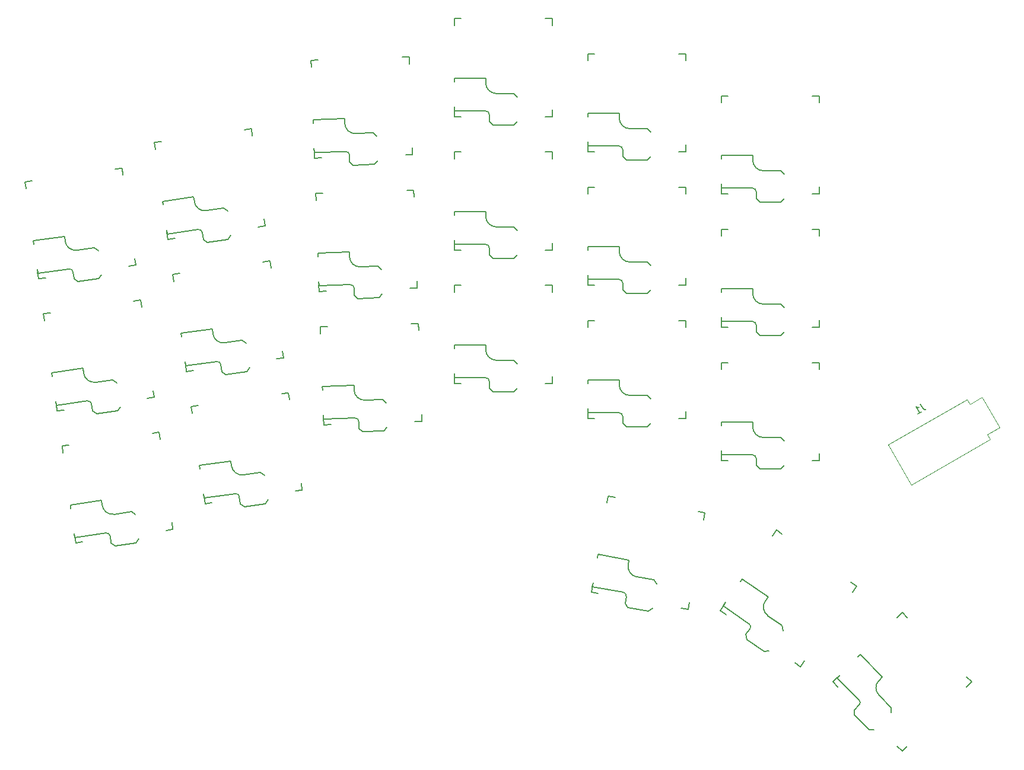
<source format=gbo>
%TF.GenerationSoftware,KiCad,Pcbnew,9.0.4*%
%TF.CreationDate,2025-09-06T18:01:24-05:00*%
%TF.ProjectId,esp32_s3_port,65737033-325f-4733-935f-706f72742e6b,rev?*%
%TF.SameCoordinates,Original*%
%TF.FileFunction,Legend,Bot*%
%TF.FilePolarity,Positive*%
%FSLAX46Y46*%
G04 Gerber Fmt 4.6, Leading zero omitted, Abs format (unit mm)*
G04 Created by KiCad (PCBNEW 9.0.4) date 2025-09-06 18:01:24*
%MOMM*%
%LPD*%
G01*
G04 APERTURE LIST*
%ADD10C,0.150000*%
%ADD11C,0.120000*%
G04 APERTURE END LIST*
D10*
X154777757Y-86191239D02*
X155134900Y-86809829D01*
X155134900Y-86809829D02*
X155247568Y-86909737D01*
X155247568Y-86909737D02*
X155377666Y-86944597D01*
X155377666Y-86944597D02*
X155525193Y-86914407D01*
X155525193Y-86914407D02*
X155607672Y-86866788D01*
X154411732Y-87557265D02*
X154906603Y-87271550D01*
X154659168Y-87414408D02*
X154159168Y-86548382D01*
X154159168Y-86548382D02*
X154313075Y-86624481D01*
X154313075Y-86624481D02*
X154443172Y-86659341D01*
X154443172Y-86659341D02*
X154549460Y-86652961D01*
%TO.C,SW10*%
X126349999Y-61178947D02*
X127349999Y-61178947D01*
X126349999Y-62178947D02*
X126349999Y-61178947D01*
X126349999Y-69678947D02*
X126349999Y-70178947D01*
X126349999Y-73778947D02*
X126349999Y-74378947D01*
X126349999Y-74378947D02*
X130849999Y-74378947D01*
X126349999Y-75178947D02*
X126349999Y-74178947D01*
X127349999Y-75178947D02*
X126349999Y-75178947D01*
X130849999Y-69678947D02*
X126349999Y-69678947D01*
X130849999Y-70378947D02*
X130849999Y-69678947D01*
X131349999Y-74878947D02*
X131349999Y-75878947D01*
X131849999Y-76378947D02*
X131349999Y-75878947D01*
X134849999Y-71878947D02*
X132349999Y-71878947D01*
X134849999Y-76378947D02*
X131849999Y-76378947D01*
X135349999Y-72378947D02*
X134849999Y-71878947D01*
X135349999Y-75878947D02*
X134849999Y-76378947D01*
X139349999Y-61178947D02*
X140349999Y-61178947D01*
X140349999Y-61178947D02*
X140349999Y-62178947D01*
X140349999Y-74178947D02*
X140349999Y-75178947D01*
X140349999Y-75178947D02*
X139349999Y-75178947D01*
X130849999Y-74378947D02*
G75*
G02*
X131349999Y-74878947I-1J-500001D01*
G01*
X132349999Y-71878947D02*
G75*
G02*
X130849999Y-70378947I1J1500001D01*
G01*
%TO.C,SW21*%
X142289464Y-125835329D02*
X142996571Y-125128222D01*
X142855149Y-125269644D02*
X146037130Y-128451624D01*
X142996571Y-126542436D02*
X142289464Y-125835329D01*
X143279414Y-124845380D02*
X142855149Y-125269644D01*
X145330023Y-130572944D02*
X145330023Y-129865838D01*
X146037130Y-129158731D02*
X145330023Y-129865838D01*
X146178551Y-121946242D02*
X145824998Y-122299795D01*
X147451344Y-132694265D02*
X145330023Y-130572944D01*
X148158450Y-132694265D02*
X147451344Y-132694265D01*
X148865557Y-125623197D02*
X149360532Y-125128222D01*
X149360532Y-125128222D02*
X146178551Y-121946242D01*
X150633324Y-129512284D02*
X148865557Y-127744517D01*
X150633324Y-130219391D02*
X150633324Y-129512284D01*
X151481852Y-116642941D02*
X152188959Y-115935834D01*
X152188959Y-115935834D02*
X152896066Y-116642941D01*
X152188959Y-135734824D02*
X151481852Y-135027717D01*
X152896066Y-135027717D02*
X152188959Y-135734824D01*
X161381347Y-125128222D02*
X162088454Y-125835329D01*
X162088454Y-125835329D02*
X161381347Y-126542436D01*
X146037130Y-128451624D02*
G75*
G02*
X146037130Y-129158731I-353555J-353553D01*
G01*
X148865557Y-127744517D02*
G75*
G02*
X148865557Y-125623197I1060662J1060660D01*
G01*
%TO.C,SW4*%
X126349999Y-42128947D02*
X127349999Y-42128947D01*
X126349999Y-43128947D02*
X126349999Y-42128947D01*
X126349999Y-50628947D02*
X126349999Y-51128947D01*
X126349999Y-54728947D02*
X126349999Y-55328947D01*
X126349999Y-55328947D02*
X130849999Y-55328947D01*
X126349999Y-56128947D02*
X126349999Y-55128947D01*
X127349999Y-56128947D02*
X126349999Y-56128947D01*
X130849999Y-50628947D02*
X126349999Y-50628947D01*
X130849999Y-51328947D02*
X130849999Y-50628947D01*
X131349999Y-55828947D02*
X131349999Y-56828947D01*
X131849999Y-57328947D02*
X131349999Y-56828947D01*
X134849999Y-52828947D02*
X132349999Y-52828947D01*
X134849999Y-57328947D02*
X131849999Y-57328947D01*
X135349999Y-53328947D02*
X134849999Y-52828947D01*
X135349999Y-56828947D02*
X134849999Y-57328947D01*
X139349999Y-42128947D02*
X140349999Y-42128947D01*
X140349999Y-42128947D02*
X140349999Y-43128947D01*
X140349999Y-55128947D02*
X140349999Y-56128947D01*
X140349999Y-56128947D02*
X139349999Y-56128947D01*
X130849999Y-55328947D02*
G75*
G02*
X131349999Y-55828947I-1J-500001D01*
G01*
X132349999Y-52828947D02*
G75*
G02*
X130849999Y-51328947I1J1500001D01*
G01*
%TO.C,SW5*%
X45429685Y-48782301D02*
X46419953Y-48643128D01*
X45568858Y-49772569D02*
X45429685Y-48782301D01*
X46612656Y-57199580D02*
X46682243Y-57694714D01*
X47183266Y-61259679D02*
X47266770Y-61853840D01*
X47266770Y-61853840D02*
X51722976Y-61227561D01*
X47378108Y-62646054D02*
X47238935Y-61655786D01*
X48368376Y-62506881D02*
X47378108Y-62646054D01*
X51068862Y-56573301D02*
X46612656Y-57199580D01*
X51166284Y-57266489D02*
X51068862Y-56573301D01*
X52287697Y-61653108D02*
X52426870Y-62643376D01*
X52991590Y-63068924D02*
X52426870Y-62643376D01*
X55336116Y-58195198D02*
X52860445Y-58543131D01*
X55900836Y-58620746D02*
X55336116Y-58195198D01*
X55962395Y-62651406D02*
X52991590Y-63068924D01*
X56387942Y-62086684D02*
X55962395Y-62651406D01*
X58303170Y-46973051D02*
X59293438Y-46833878D01*
X59293438Y-46833878D02*
X59432611Y-47824146D01*
X61102688Y-59707363D02*
X61241861Y-60697631D01*
X61241861Y-60697631D02*
X60251593Y-60836804D01*
X51722976Y-61227561D02*
G75*
G02*
X52287697Y-61653108I69586J-495135D01*
G01*
X52860445Y-58543131D02*
G75*
G02*
X51166284Y-57266489I-208758J1485403D01*
G01*
%TO.C,SW12*%
X88249999Y-69200000D02*
X89249999Y-69200000D01*
X88249999Y-70200000D02*
X88249999Y-69200000D01*
X88249999Y-77700000D02*
X88249999Y-78200000D01*
X88249999Y-81800000D02*
X88249999Y-82400000D01*
X88249999Y-82400000D02*
X92749999Y-82400000D01*
X88249999Y-83200000D02*
X88249999Y-82200000D01*
X89249999Y-83200000D02*
X88249999Y-83200000D01*
X92749999Y-77700000D02*
X88249999Y-77700000D01*
X92749999Y-78400000D02*
X92749999Y-77700000D01*
X93249999Y-82900000D02*
X93249999Y-83900000D01*
X93749999Y-84400000D02*
X93249999Y-83900000D01*
X96749999Y-79900000D02*
X94249999Y-79900000D01*
X96749999Y-84400000D02*
X93749999Y-84400000D01*
X97249999Y-80400000D02*
X96749999Y-79900000D01*
X97249999Y-83900000D02*
X96749999Y-84400000D01*
X101249999Y-69200000D02*
X102249999Y-69200000D01*
X102249999Y-69200000D02*
X102249999Y-70200000D01*
X102249999Y-82200000D02*
X102249999Y-83200000D01*
X102249999Y-83200000D02*
X101249999Y-83200000D01*
X92749999Y-82400000D02*
G75*
G02*
X93249999Y-82900000I-1J-500001D01*
G01*
X94249999Y-79900000D02*
G75*
G02*
X92749999Y-78400000I1J1500001D01*
G01*
%TO.C,SW6*%
X88249999Y-50150000D02*
X89249999Y-50150000D01*
X88249999Y-51150000D02*
X88249999Y-50150000D01*
X88249999Y-58650000D02*
X88249999Y-59150000D01*
X88249999Y-62750000D02*
X88249999Y-63350000D01*
X88249999Y-63350000D02*
X92749999Y-63350000D01*
X88249999Y-64150000D02*
X88249999Y-63150000D01*
X89249999Y-64150000D02*
X88249999Y-64150000D01*
X92749999Y-58650000D02*
X88249999Y-58650000D01*
X92749999Y-59350000D02*
X92749999Y-58650000D01*
X93249999Y-63850000D02*
X93249999Y-64850000D01*
X93749999Y-65350000D02*
X93249999Y-64850000D01*
X96749999Y-60850000D02*
X94249999Y-60850000D01*
X96749999Y-65350000D02*
X93749999Y-65350000D01*
X97249999Y-61350000D02*
X96749999Y-60850000D01*
X97249999Y-64850000D02*
X96749999Y-65350000D01*
X101249999Y-50150000D02*
X102249999Y-50150000D01*
X102249999Y-50150000D02*
X102249999Y-51150000D01*
X102249999Y-63150000D02*
X102249999Y-64150000D01*
X102249999Y-64150000D02*
X101249999Y-64150000D01*
X92749999Y-63350000D02*
G75*
G02*
X93249999Y-63850000I-1J-500001D01*
G01*
X94249999Y-60850000D02*
G75*
G02*
X92749999Y-59350000I1J1500001D01*
G01*
%TO.C,SW19*%
X107821859Y-113059559D02*
X107995508Y-112074751D01*
X107960778Y-112271713D02*
X112392413Y-113053130D01*
X108064967Y-111680828D02*
X107960778Y-112271713D01*
X108776922Y-107643116D02*
X108690100Y-108135520D01*
X108806667Y-113233207D02*
X107821859Y-113059559D01*
X110079286Y-100257058D02*
X110252934Y-99272250D01*
X110252934Y-99272250D02*
X111237742Y-99445899D01*
X112797993Y-113632358D02*
X112624345Y-114617165D01*
X113029924Y-115196393D02*
X112624345Y-114617165D01*
X113087006Y-109113899D02*
X113208559Y-108424533D01*
X113208559Y-108424533D02*
X108776922Y-107643116D01*
X115984348Y-115717338D02*
X113029924Y-115196393D01*
X116563576Y-115311758D02*
X115984348Y-115717338D01*
X116765764Y-111285703D02*
X114303745Y-110851583D01*
X117171344Y-111864931D02*
X116765764Y-111285703D01*
X121609168Y-115490634D02*
X120624360Y-115316985D01*
X121782816Y-114505826D02*
X121609168Y-115490634D01*
X123055435Y-101529677D02*
X124040243Y-101703325D01*
X124040243Y-101703325D02*
X123866594Y-102688133D01*
X112392413Y-113053130D02*
G75*
G02*
X112797992Y-113632358I-86825J-492404D01*
G01*
X114303745Y-110851583D02*
G75*
G02*
X113087005Y-109113899I260473J1477213D01*
G01*
%TO.C,SW14*%
X107299999Y-74213158D02*
X108299999Y-74213158D01*
X107299999Y-75213158D02*
X107299999Y-74213158D01*
X107299999Y-82713158D02*
X107299999Y-83213158D01*
X107299999Y-86813158D02*
X107299999Y-87413158D01*
X107299999Y-87413158D02*
X111799999Y-87413158D01*
X107299999Y-88213158D02*
X107299999Y-87213158D01*
X108299999Y-88213158D02*
X107299999Y-88213158D01*
X111799999Y-82713158D02*
X107299999Y-82713158D01*
X111799999Y-83413158D02*
X111799999Y-82713158D01*
X112299999Y-87913158D02*
X112299999Y-88913158D01*
X112799999Y-89413158D02*
X112299999Y-88913158D01*
X115799999Y-84913158D02*
X113299999Y-84913158D01*
X115799999Y-89413158D02*
X112799999Y-89413158D01*
X116299999Y-85413158D02*
X115799999Y-84913158D01*
X116299999Y-88913158D02*
X115799999Y-89413158D01*
X120299999Y-74213158D02*
X121299999Y-74213158D01*
X121299999Y-74213158D02*
X121299999Y-75213158D01*
X121299999Y-87213158D02*
X121299999Y-88213158D01*
X121299999Y-88213158D02*
X120299999Y-88213158D01*
X111799999Y-87413158D02*
G75*
G02*
X112299999Y-87913158I-1J-500001D01*
G01*
X113299999Y-84913158D02*
G75*
G02*
X111799999Y-83413158I1J1500001D01*
G01*
%TO.C,SW16*%
X126349999Y-80228947D02*
X127349999Y-80228947D01*
X126349999Y-81228947D02*
X126349999Y-80228947D01*
X126349999Y-88728947D02*
X126349999Y-89228947D01*
X126349999Y-92828947D02*
X126349999Y-93428947D01*
X126349999Y-93428947D02*
X130849999Y-93428947D01*
X126349999Y-94228947D02*
X126349999Y-93228947D01*
X127349999Y-94228947D02*
X126349999Y-94228947D01*
X130849999Y-88728947D02*
X126349999Y-88728947D01*
X130849999Y-89428947D02*
X130849999Y-88728947D01*
X131349999Y-93928947D02*
X131349999Y-94928947D01*
X131849999Y-95428947D02*
X131349999Y-94928947D01*
X134849999Y-90928947D02*
X132349999Y-90928947D01*
X134849999Y-95428947D02*
X131849999Y-95428947D01*
X135349999Y-91428947D02*
X134849999Y-90928947D01*
X135349999Y-94928947D02*
X134849999Y-95428947D01*
X139349999Y-80228947D02*
X140349999Y-80228947D01*
X140349999Y-80228947D02*
X140349999Y-81228947D01*
X140349999Y-93228947D02*
X140349999Y-94228947D01*
X140349999Y-94228947D02*
X139349999Y-94228947D01*
X130849999Y-93428947D02*
G75*
G02*
X131349999Y-93928947I-1J-500001D01*
G01*
X132349999Y-90928947D02*
G75*
G02*
X130849999Y-89428947I1J1500001D01*
G01*
%TO.C,SW17*%
X50732180Y-86511514D02*
X51722448Y-86372341D01*
X50871353Y-87501782D02*
X50732180Y-86511514D01*
X51915151Y-94928793D02*
X51984738Y-95423927D01*
X52485761Y-98988892D02*
X52569265Y-99583053D01*
X52569265Y-99583053D02*
X57025471Y-98956774D01*
X52680603Y-100375267D02*
X52541430Y-99384999D01*
X53670871Y-100236094D02*
X52680603Y-100375267D01*
X56371357Y-94302514D02*
X51915151Y-94928793D01*
X56468779Y-94995702D02*
X56371357Y-94302514D01*
X57590192Y-99382321D02*
X57729365Y-100372589D01*
X58294085Y-100798137D02*
X57729365Y-100372589D01*
X60638611Y-95924411D02*
X58162940Y-96272344D01*
X61203331Y-96349959D02*
X60638611Y-95924411D01*
X61264890Y-100380619D02*
X58294085Y-100798137D01*
X61690437Y-99815897D02*
X61264890Y-100380619D01*
X63605665Y-84702264D02*
X64595933Y-84563091D01*
X64595933Y-84563091D02*
X64735106Y-85553359D01*
X66405183Y-97436576D02*
X66544356Y-98426844D01*
X66544356Y-98426844D02*
X65554088Y-98566017D01*
X57025471Y-98956774D02*
G75*
G02*
X57590192Y-99382321I69586J-495135D01*
G01*
X58162940Y-96272344D02*
G75*
G02*
X56468779Y-94995702I-208758J1485403D01*
G01*
%TO.C,SW9*%
X68481693Y-56085105D02*
X69481084Y-56050205D01*
X68516592Y-57084496D02*
X68481693Y-56085105D01*
X68778338Y-64579927D02*
X68795788Y-65079622D01*
X68921426Y-68677429D02*
X68942366Y-69277064D01*
X68942366Y-69277064D02*
X73439625Y-69120016D01*
X68970286Y-70076576D02*
X68935386Y-69077185D01*
X69969677Y-70041677D02*
X68970286Y-70076576D01*
X73275597Y-64422879D02*
X68778338Y-64579927D01*
X73300027Y-65122453D02*
X73275597Y-64422879D01*
X73956770Y-69602262D02*
X73991669Y-70601652D01*
X74508815Y-71083898D02*
X73991669Y-70601652D01*
X77349939Y-66481941D02*
X74851462Y-66569190D01*
X77506987Y-70979200D02*
X74508815Y-71083898D01*
X77867085Y-66964186D02*
X77349939Y-66481941D01*
X77989233Y-70462054D02*
X77506987Y-70979200D01*
X81473773Y-55631411D02*
X82473164Y-55596512D01*
X82473164Y-55596512D02*
X82508064Y-56595903D01*
X82926858Y-68588592D02*
X82961757Y-69587983D01*
X82961757Y-69587983D02*
X81962366Y-69622883D01*
X73439625Y-69120016D02*
G75*
G02*
X73956770Y-69602262I17449J-499696D01*
G01*
X74851462Y-66569190D02*
G75*
G02*
X73300026Y-65122453I-52348J1499088D01*
G01*
%TO.C,SW20*%
X126198827Y-115637610D02*
X126772403Y-114818458D01*
X126657688Y-114982289D02*
X130343872Y-117563383D01*
X127001834Y-114490797D02*
X126657688Y-114982289D01*
X127017979Y-116211187D02*
X126198827Y-115637610D01*
X129353497Y-111132274D02*
X129066709Y-111541850D01*
X130015871Y-119775263D02*
X129893083Y-119078899D01*
X130466660Y-118259747D02*
X129893083Y-119078899D01*
X132473327Y-121495992D02*
X130015871Y-119775263D01*
X132638178Y-114286774D02*
X133039681Y-113713368D01*
X133039681Y-113713368D02*
X129353497Y-111132274D01*
X133169692Y-121373205D02*
X132473327Y-121495992D01*
X133655320Y-104988634D02*
X134228897Y-104169482D01*
X134228897Y-104169482D02*
X135048049Y-104743058D01*
X135054421Y-117809808D02*
X133006541Y-116375867D01*
X135177209Y-118506172D02*
X135054421Y-117809808D01*
X137666955Y-123667680D02*
X136847803Y-123094104D01*
X138240532Y-122848528D02*
X137666955Y-123667680D01*
X144877873Y-111625975D02*
X145697025Y-112199552D01*
X145697025Y-112199552D02*
X145123449Y-113018704D01*
X130343872Y-117563383D02*
G75*
G02*
X130466660Y-118259747I-286790J-409576D01*
G01*
X133006541Y-116375867D02*
G75*
G02*
X132638178Y-114286774I860366J1228728D01*
G01*
%TO.C,SW18*%
X32286192Y-92141384D02*
X33276460Y-92002211D01*
X32425365Y-93131652D02*
X32286192Y-92141384D01*
X33469163Y-100558663D02*
X33538750Y-101053797D01*
X34039773Y-104618762D02*
X34123277Y-105212923D01*
X34123277Y-105212923D02*
X38579483Y-104586644D01*
X34234615Y-106005137D02*
X34095442Y-105014869D01*
X35224883Y-105865964D02*
X34234615Y-106005137D01*
X37925369Y-99932384D02*
X33469163Y-100558663D01*
X38022791Y-100625572D02*
X37925369Y-99932384D01*
X39144204Y-105012191D02*
X39283377Y-106002459D01*
X39848097Y-106428007D02*
X39283377Y-106002459D01*
X42192623Y-101554281D02*
X39716952Y-101902214D01*
X42757343Y-101979829D02*
X42192623Y-101554281D01*
X42818902Y-106010489D02*
X39848097Y-106428007D01*
X43244449Y-105445767D02*
X42818902Y-106010489D01*
X45159677Y-90332134D02*
X46149945Y-90192961D01*
X46149945Y-90192961D02*
X46289118Y-91183229D01*
X47959195Y-103066446D02*
X48098368Y-104056714D01*
X48098368Y-104056714D02*
X47108100Y-104195887D01*
X38579483Y-104586644D02*
G75*
G02*
X39144204Y-105012191I69586J-495135D01*
G01*
X39716952Y-101902214D02*
G75*
G02*
X38022791Y-100625572I-208758J1485403D01*
G01*
%TO.C,SW3*%
X67816858Y-37046710D02*
X68816249Y-37011810D01*
X67851757Y-38046101D02*
X67816858Y-37046710D01*
X68113503Y-45541532D02*
X68130953Y-46041227D01*
X68256591Y-49639034D02*
X68277531Y-50238669D01*
X68277531Y-50238669D02*
X72774790Y-50081621D01*
X68305451Y-51038181D02*
X68270551Y-50038790D01*
X69304842Y-51003282D02*
X68305451Y-51038181D01*
X72610762Y-45384484D02*
X68113503Y-45541532D01*
X72635192Y-46084058D02*
X72610762Y-45384484D01*
X73291935Y-50563867D02*
X73326834Y-51563257D01*
X73843980Y-52045503D02*
X73326834Y-51563257D01*
X76685104Y-47443546D02*
X74186627Y-47530795D01*
X76842152Y-51940805D02*
X73843980Y-52045503D01*
X77202250Y-47925791D02*
X76685104Y-47443546D01*
X77324398Y-51423659D02*
X76842152Y-51940805D01*
X80808938Y-36593016D02*
X81808329Y-36558117D01*
X81808329Y-36558117D02*
X81843229Y-37557508D01*
X82262023Y-49550197D02*
X82296922Y-50549588D01*
X82296922Y-50549588D02*
X81297531Y-50584488D01*
X72774790Y-50081621D02*
G75*
G02*
X73291935Y-50563867I17449J-499696D01*
G01*
X74186627Y-47530795D02*
G75*
G02*
X72635191Y-46084058I-52348J1499088D01*
G01*
%TO.C,SW11*%
X48080933Y-67646907D02*
X49071201Y-67507734D01*
X48220106Y-68637175D02*
X48080933Y-67646907D01*
X49263904Y-76064186D02*
X49333491Y-76559320D01*
X49834514Y-80124285D02*
X49918018Y-80718446D01*
X49918018Y-80718446D02*
X54374224Y-80092167D01*
X50029356Y-81510660D02*
X49890183Y-80520392D01*
X51019624Y-81371487D02*
X50029356Y-81510660D01*
X53720110Y-75437907D02*
X49263904Y-76064186D01*
X53817532Y-76131095D02*
X53720110Y-75437907D01*
X54938945Y-80517714D02*
X55078118Y-81507982D01*
X55642838Y-81933530D02*
X55078118Y-81507982D01*
X57987364Y-77059804D02*
X55511693Y-77407737D01*
X58552084Y-77485352D02*
X57987364Y-77059804D01*
X58613643Y-81516012D02*
X55642838Y-81933530D01*
X59039190Y-80951290D02*
X58613643Y-81516012D01*
X60954418Y-65837657D02*
X61944686Y-65698484D01*
X61944686Y-65698484D02*
X62083859Y-66688752D01*
X63753936Y-78571969D02*
X63893109Y-79562237D01*
X63893109Y-79562237D02*
X62902841Y-79701410D01*
X54374224Y-80092167D02*
G75*
G02*
X54938945Y-80517714I69586J-495135D01*
G01*
X55511693Y-77407737D02*
G75*
G02*
X53817532Y-76131095I-208758J1485403D01*
G01*
%TO.C,SW7*%
X26983697Y-54412170D02*
X27973965Y-54272997D01*
X27122870Y-55402438D02*
X26983697Y-54412170D01*
X28166668Y-62829449D02*
X28236255Y-63324583D01*
X28737278Y-66889548D02*
X28820782Y-67483709D01*
X28820782Y-67483709D02*
X33276988Y-66857430D01*
X28932120Y-68275923D02*
X28792947Y-67285655D01*
X29922388Y-68136750D02*
X28932120Y-68275923D01*
X32622874Y-62203170D02*
X28166668Y-62829449D01*
X32720296Y-62896358D02*
X32622874Y-62203170D01*
X33841709Y-67282977D02*
X33980882Y-68273245D01*
X34545602Y-68698793D02*
X33980882Y-68273245D01*
X36890128Y-63825067D02*
X34414457Y-64173000D01*
X37454848Y-64250615D02*
X36890128Y-63825067D01*
X37516407Y-68281275D02*
X34545602Y-68698793D01*
X37941954Y-67716553D02*
X37516407Y-68281275D01*
X39857182Y-52602920D02*
X40847450Y-52463747D01*
X40847450Y-52463747D02*
X40986623Y-53454015D01*
X42656700Y-65337232D02*
X42795873Y-66327500D01*
X42795873Y-66327500D02*
X41805605Y-66466673D01*
X33276988Y-66857430D02*
G75*
G02*
X33841709Y-67282977I69586J-495135D01*
G01*
X34414457Y-64173000D02*
G75*
G02*
X32720296Y-62896358I-208758J1485403D01*
G01*
%TO.C,SW8*%
X107299999Y-55163158D02*
X108299999Y-55163158D01*
X107299999Y-56163158D02*
X107299999Y-55163158D01*
X107299999Y-63663158D02*
X107299999Y-64163158D01*
X107299999Y-67763158D02*
X107299999Y-68363158D01*
X107299999Y-68363158D02*
X111799999Y-68363158D01*
X107299999Y-69163158D02*
X107299999Y-68163158D01*
X108299999Y-69163158D02*
X107299999Y-69163158D01*
X111799999Y-63663158D02*
X107299999Y-63663158D01*
X111799999Y-64363158D02*
X111799999Y-63663158D01*
X112299999Y-68863158D02*
X112299999Y-69863158D01*
X112799999Y-70363158D02*
X112299999Y-69863158D01*
X115799999Y-65863158D02*
X113299999Y-65863158D01*
X115799999Y-70363158D02*
X112799999Y-70363158D01*
X116299999Y-66363158D02*
X115799999Y-65863158D01*
X116299999Y-69863158D02*
X115799999Y-70363158D01*
X120299999Y-55163158D02*
X121299999Y-55163158D01*
X121299999Y-55163158D02*
X121299999Y-56163158D01*
X121299999Y-68163158D02*
X121299999Y-69163158D01*
X121299999Y-69163158D02*
X120299999Y-69163158D01*
X111799999Y-68363158D02*
G75*
G02*
X112299999Y-68863158I-1J-500001D01*
G01*
X113299999Y-65863158D02*
G75*
G02*
X111799999Y-64363158I1J1500001D01*
G01*
%TO.C,SW13*%
X29634944Y-73276777D02*
X30625212Y-73137604D01*
X29774117Y-74267045D02*
X29634944Y-73276777D01*
X30817915Y-81694056D02*
X30887502Y-82189190D01*
X31388525Y-85754155D02*
X31472029Y-86348316D01*
X31472029Y-86348316D02*
X35928235Y-85722037D01*
X31583367Y-87140530D02*
X31444194Y-86150262D01*
X32573635Y-87001357D02*
X31583367Y-87140530D01*
X35274121Y-81067777D02*
X30817915Y-81694056D01*
X35371543Y-81760965D02*
X35274121Y-81067777D01*
X36492956Y-86147584D02*
X36632129Y-87137852D01*
X37196849Y-87563400D02*
X36632129Y-87137852D01*
X39541375Y-82689674D02*
X37065704Y-83037607D01*
X40106095Y-83115222D02*
X39541375Y-82689674D01*
X40167654Y-87145882D02*
X37196849Y-87563400D01*
X40593201Y-86581160D02*
X40167654Y-87145882D01*
X42508429Y-71467527D02*
X43498697Y-71328354D01*
X43498697Y-71328354D02*
X43637870Y-72318622D01*
X45307947Y-84201839D02*
X45447120Y-85192107D01*
X45447120Y-85192107D02*
X44456852Y-85331280D01*
X35928235Y-85722037D02*
G75*
G02*
X36492956Y-86147584I69586J-495135D01*
G01*
X37065704Y-83037607D02*
G75*
G02*
X35371543Y-81760965I-208758J1485403D01*
G01*
%TO.C,SW1*%
X88249999Y-31100000D02*
X89249999Y-31100000D01*
X88249999Y-32100000D02*
X88249999Y-31100000D01*
X88249999Y-39600000D02*
X88249999Y-40100000D01*
X88249999Y-43700000D02*
X88249999Y-44300000D01*
X88249999Y-44300000D02*
X92749999Y-44300000D01*
X88249999Y-45100000D02*
X88249999Y-44100000D01*
X89249999Y-45100000D02*
X88249999Y-45100000D01*
X92749999Y-39600000D02*
X88249999Y-39600000D01*
X92749999Y-40300000D02*
X92749999Y-39600000D01*
X93249999Y-44800000D02*
X93249999Y-45800000D01*
X93749999Y-46300000D02*
X93249999Y-45800000D01*
X96749999Y-41800000D02*
X94249999Y-41800000D01*
X96749999Y-46300000D02*
X93749999Y-46300000D01*
X97249999Y-42300000D02*
X96749999Y-41800000D01*
X97249999Y-45800000D02*
X96749999Y-46300000D01*
X101249999Y-31100000D02*
X102249999Y-31100000D01*
X102249999Y-31100000D02*
X102249999Y-32100000D01*
X102249999Y-44100000D02*
X102249999Y-45100000D01*
X102249999Y-45100000D02*
X101249999Y-45100000D01*
X92749999Y-44300000D02*
G75*
G02*
X93249999Y-44800000I-1J-500001D01*
G01*
X94249999Y-41800000D02*
G75*
G02*
X92749999Y-40300000I1J1500001D01*
G01*
%TO.C,SW2*%
X107299999Y-36113158D02*
X108299999Y-36113158D01*
X107299999Y-37113158D02*
X107299999Y-36113158D01*
X107299999Y-44613158D02*
X107299999Y-45113158D01*
X107299999Y-48713158D02*
X107299999Y-49313158D01*
X107299999Y-49313158D02*
X111799999Y-49313158D01*
X107299999Y-50113158D02*
X107299999Y-49113158D01*
X108299999Y-50113158D02*
X107299999Y-50113158D01*
X111799999Y-44613158D02*
X107299999Y-44613158D01*
X111799999Y-45313158D02*
X111799999Y-44613158D01*
X112299999Y-49813158D02*
X112299999Y-50813158D01*
X112799999Y-51313158D02*
X112299999Y-50813158D01*
X115799999Y-46813158D02*
X113299999Y-46813158D01*
X115799999Y-51313158D02*
X112799999Y-51313158D01*
X116299999Y-47313158D02*
X115799999Y-46813158D01*
X116299999Y-50813158D02*
X115799999Y-51313158D01*
X120299999Y-36113158D02*
X121299999Y-36113158D01*
X121299999Y-36113158D02*
X121299999Y-37113158D01*
X121299999Y-49113158D02*
X121299999Y-50113158D01*
X121299999Y-50113158D02*
X120299999Y-50113158D01*
X111799999Y-49313158D02*
G75*
G02*
X112299999Y-49813158I-1J-500001D01*
G01*
X113299999Y-46813158D02*
G75*
G02*
X111799999Y-45313158I1J1500001D01*
G01*
%TO.C,SW15*%
X69146528Y-75123500D02*
X70145919Y-75088600D01*
X69181427Y-76122891D02*
X69146528Y-75123500D01*
X69443173Y-83618322D02*
X69460623Y-84118017D01*
X69586261Y-87715824D02*
X69607201Y-88315459D01*
X69607201Y-88315459D02*
X74104460Y-88158411D01*
X69635121Y-89114971D02*
X69600221Y-88115580D01*
X70634512Y-89080072D02*
X69635121Y-89114971D01*
X73940432Y-83461274D02*
X69443173Y-83618322D01*
X73964862Y-84160848D02*
X73940432Y-83461274D01*
X74621605Y-88640657D02*
X74656504Y-89640047D01*
X75173650Y-90122293D02*
X74656504Y-89640047D01*
X78014774Y-85520336D02*
X75516297Y-85607585D01*
X78171822Y-90017595D02*
X75173650Y-90122293D01*
X78531920Y-86002581D02*
X78014774Y-85520336D01*
X78654068Y-89500449D02*
X78171822Y-90017595D01*
X82138608Y-74669806D02*
X83137999Y-74634907D01*
X83137999Y-74634907D02*
X83172899Y-75634298D01*
X83591693Y-87626987D02*
X83626592Y-88626378D01*
X83626592Y-88626378D02*
X82627201Y-88661278D01*
X74104460Y-88158411D02*
G75*
G02*
X74621605Y-88640657I17449J-499696D01*
G01*
X75516297Y-85607585D02*
G75*
G02*
X73964861Y-84160848I-52348J1499088D01*
G01*
D11*
%TO.C,J1*%
X150169810Y-91985706D02*
X153469810Y-97701474D01*
X161428140Y-85485706D02*
X150169810Y-91985706D01*
X161828140Y-86178526D02*
X161428140Y-85485706D01*
X163560191Y-85178526D02*
X161828140Y-86178526D01*
X163710191Y-85438334D02*
X163560191Y-85178526D01*
X163710191Y-85438334D02*
X166060191Y-89508653D01*
X164328140Y-90508653D02*
X164728140Y-91201474D01*
X164728140Y-91201474D02*
X153469810Y-97701474D01*
X166060191Y-89508653D02*
X164328140Y-90508653D01*
%TD*%
M02*

</source>
